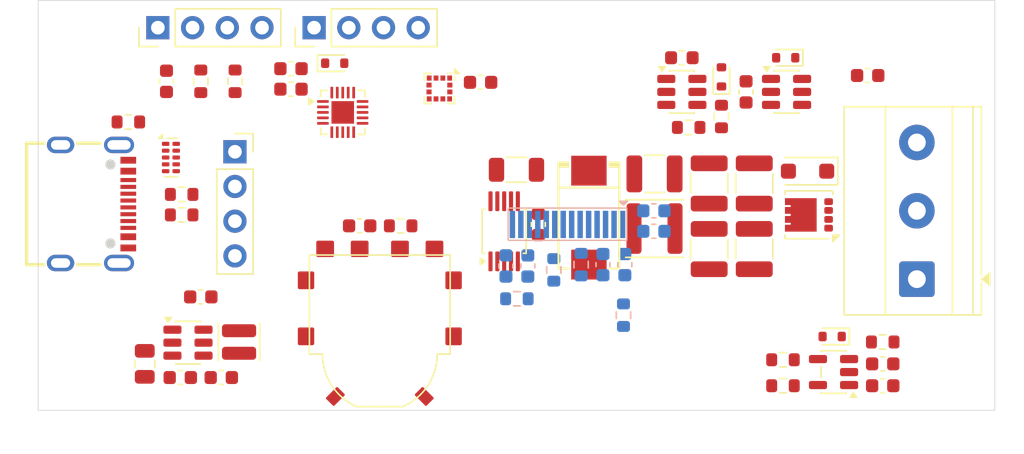
<source format=kicad_pcb>
(kicad_pcb
	(version 20241229)
	(generator "pcbnew")
	(generator_version "9.0")
	(general
		(thickness 1.6)
		(legacy_teardrops no)
	)
	(paper "A4")
	(layers
		(0 "F.Cu" signal)
		(4 "In1.Cu" signal)
		(6 "In2.Cu" signal)
		(2 "B.Cu" signal)
		(9 "F.Adhes" user "F.Adhesive")
		(11 "B.Adhes" user "B.Adhesive")
		(13 "F.Paste" user)
		(15 "B.Paste" user)
		(5 "F.SilkS" user "F.Silkscreen")
		(7 "B.SilkS" user "B.Silkscreen")
		(1 "F.Mask" user)
		(3 "B.Mask" user)
		(17 "Dwgs.User" user "User.Drawings")
		(19 "Cmts.User" user "User.Comments")
		(21 "Eco1.User" user "User.Eco1")
		(23 "Eco2.User" user "User.Eco2")
		(25 "Edge.Cuts" user)
		(27 "Margin" user)
		(31 "F.CrtYd" user "F.Courtyard")
		(29 "B.CrtYd" user "B.Courtyard")
		(35 "F.Fab" user)
		(33 "B.Fab" user)
		(39 "User.1" user)
		(41 "User.2" user)
		(43 "User.3" user)
		(45 "User.4" user)
	)
	(setup
		(stackup
			(layer "F.SilkS"
				(type "Top Silk Screen")
				(color "Black")
			)
			(layer "F.Paste"
				(type "Top Solder Paste")
			)
			(layer "F.Mask"
				(type "Top Solder Mask")
				(color "White")
				(thickness 0.01)
			)
			(layer "F.Cu"
				(type "copper")
				(thickness 0.035)
			)
			(layer "dielectric 1"
				(type "prepreg")
				(thickness 0.1)
				(material "FR4")
				(epsilon_r 4.5)
				(loss_tangent 0.02)
			)
			(layer "In1.Cu"
				(type "copper")
				(thickness 0.035)
			)
			(layer "dielectric 2"
				(type "core")
				(thickness 1.24)
				(material "FR4")
				(epsilon_r 4.5)
				(loss_tangent 0.02)
			)
			(layer "In2.Cu"
				(type "copper")
				(thickness 0.035)
			)
			(layer "dielectric 3"
				(type "prepreg")
				(thickness 0.1)
				(material "FR4")
				(epsilon_r 4.5)
				(loss_tangent 0.02)
			)
			(layer "B.Cu"
				(type "copper")
				(thickness 0.035)
			)
			(layer "B.Mask"
				(type "Bottom Solder Mask")
				(thickness 0.01)
			)
			(layer "B.Paste"
				(type "Bottom Solder Paste")
			)
			(layer "B.SilkS"
				(type "Bottom Silk Screen")
			)
			(copper_finish "None")
			(dielectric_constraints no)
		)
		(pad_to_mask_clearance 0)
		(allow_soldermask_bridges_in_footprints no)
		(tenting front back)
		(grid_origin 100.5 158.2)
		(pcbplotparams
			(layerselection 0x00000000_00000000_55555555_5755f5ff)
			(plot_on_all_layers_selection 0x00000000_00000000_00000000_00000000)
			(disableapertmacros no)
			(usegerberextensions no)
			(usegerberattributes yes)
			(usegerberadvancedattributes yes)
			(creategerberjobfile yes)
			(dashed_line_dash_ratio 12.000000)
			(dashed_line_gap_ratio 3.000000)
			(svgprecision 4)
			(plotframeref no)
			(mode 1)
			(useauxorigin no)
			(hpglpennumber 1)
			(hpglpenspeed 20)
			(hpglpendiameter 15.000000)
			(pdf_front_fp_property_popups yes)
			(pdf_back_fp_property_popups yes)
			(pdf_metadata yes)
			(pdf_single_document no)
			(dxfpolygonmode yes)
			(dxfimperialunits yes)
			(dxfusepcbnewfont yes)
			(psnegative no)
			(psa4output no)
			(plot_black_and_white yes)
			(sketchpadsonfab no)
			(plotpadnumbers no)
			(hidednponfab no)
			(sketchdnponfab yes)
			(crossoutdnponfab yes)
			(subtractmaskfromsilk no)
			(outputformat 1)
			(mirror no)
			(drillshape 1)
			(scaleselection 1)
			(outputdirectory "")
		)
	)
	(net 0 "")
	(net 1 "+3.3V")
	(net 2 "GND")
	(net 3 "VBUS")
	(net 4 "/BTN")
	(net 5 "/ENC_B")
	(net 6 "/TC_FB")
	(net 7 "/BOOTSEL")
	(net 8 "/SCL")
	(net 9 "/DISP_NRST")
	(net 10 "/SDA")
	(net 11 "/ENC_A")
	(net 12 "/BLUE")
	(net 13 "/D-")
	(net 14 "/HEATER_ON")
	(net 15 "/CC2")
	(net 16 "/CC1")
	(net 17 "/POW_ALERT")
	(net 18 "Net-(U5-SW)")
	(net 19 "Net-(U5-BST)")
	(net 20 "Net-(U6--)")
	(net 21 "Net-(U7-Vin-)")
	(net 22 "Net-(J3-Pin_13)")
	(net 23 "Net-(J3-Pin_2)")
	(net 24 "Net-(J3-Pin_1)")
	(net 25 "Net-(J1-SHIELD)")
	(net 26 "Net-(J3-Pin_4)")
	(net 27 "Net-(J3-Pin_3)")
	(net 28 "/RED")
	(net 29 "Net-(J3-Pin_14)")
	(net 30 "/JDP")
	(net 31 "/JDN")
	(net 32 "unconnected-(U3-NC-Pad6)")
	(net 33 "unconnected-(U3-NC-Pad10)")
	(net 34 "unconnected-(U3-NC-Pad7)")
	(net 35 "unconnected-(U3-NC-Pad9)")
	(net 36 "Net-(D4-K)")
	(net 37 "Net-(D1-K)")
	(net 38 "/VDRIVE")
	(net 39 "/NTC")
	(net 40 "Net-(D2-K)")
	(net 41 "Net-(D3-A)")
	(net 42 "unconnected-(J3-Pin_6-Pad6)")
	(net 43 "Net-(J3-Pin_9)")
	(net 44 "Net-(J3-Pin_12)")
	(net 45 "Net-(Q1-G)")
	(net 46 "Net-(U8-FB)")
	(net 47 "unconnected-(U1-INT1-Pad5)")
	(net 48 "unconnected-(U1-NC-Pad11)")
	(net 49 "unconnected-(U1-INT2-Pad6)")
	(net 50 "/PB0")
	(net 51 "/VDRIVE_ON")
	(net 52 "/PA2")
	(net 53 "/PA4")
	(net 54 "/PA3")
	(net 55 "/VDRV")
	(net 56 "unconnected-(U4-Pad0)")
	(net 57 "unconnected-(U4-Pad0)_1")
	(net 58 "unconnected-(U4-Pad0)_2")
	(net 59 "unconnected-(U4-Pad0)_3")
	(net 60 "unconnected-(U4-Pad0)_4")
	(net 61 "unconnected-(U4-Pad0)_5")
	(net 62 "unconnected-(U8-NC-Pad6)")
	(footprint "Capacitor_SMD:C_0603_1608Metric" (layer "F.Cu") (at 137.1 144.6 -90))
	(footprint "Connector_PinHeader_2.54mm:PinHeader_1x04_P2.54mm_Vertical" (layer "F.Cu") (at 109.26 130.2 90))
	(footprint "Capacitor_SMD:C_1210_3225Metric" (layer "F.Cu") (at 152.9 146.4 -90))
	(footprint "Capacitor_SMD:C_0603_1608Metric" (layer "F.Cu") (at 119 133.2 180))
	(footprint "Capacitor_SMD:C_0603_1608Metric" (layer "F.Cu") (at 113.9 155.8))
	(footprint "Inductor_SMD:L_0603_1608Metric" (layer "F.Cu") (at 147.6 132.4 180))
	(footprint "Package_SON:USON-10_2.5x1.0mm_P0.5mm" (layer "F.Cu") (at 110.215 139.7))
	(footprint "Capacitor_SMD:C_0603_1608Metric" (layer "F.Cu") (at 152.3 134.9 -90))
	(footprint "Package_SON:VSON-8_3.3x3.3mm_P0.65mm_NexFET" (layer "F.Cu") (at 156.9 143.9 180))
	(footprint "Diode_SMD:D_SOD-523" (layer "F.Cu") (at 158.6 152.8 180))
	(footprint "Resistor_SMD:R_0603_1608Metric" (layer "F.Cu") (at 155 156.4))
	(footprint "Capacitor_SMD:C_1210_3225Metric" (layer "F.Cu") (at 145.6 140.9))
	(footprint "Resistor_SMD:R_0603_1608Metric" (layer "F.Cu") (at 111 143.9))
	(footprint "Inductor_SMD:L_Changjiang_FTC252012S" (layer "F.Cu") (at 115.2 153.2 -90))
	(footprint "Package_TO_SOT_SMD:SOT-23-5" (layer "F.Cu") (at 158.7 155.4 180))
	(footprint "Resistor_SMD:R_0603_1608Metric" (layer "F.Cu") (at 150.5 136.7 -90))
	(footprint "Resistor_SMD:R_0603_1608Metric" (layer "F.Cu") (at 127.025 144.7 180))
	(footprint "Capacitor_SMD:C_0603_1608Metric" (layer "F.Cu") (at 161.2 133.7))
	(footprint "Package_SO:VSSOP-10_3x3mm_P0.5mm" (layer "F.Cu") (at 134.6 145.1 90))
	(footprint "Custom:USB-C-SMD_U263-163N-4GS1735" (layer "F.Cu") (at 104.61675 143.1 -90))
	(footprint "Diode_SMD:D_SOD-523" (layer "F.Cu") (at 122.2 132.8))
	(footprint "Package_TO_SOT_SMD:SOT-23-6" (layer "F.Cu") (at 155.2625 134.9))
	(footprint "MountingHole:MountingHole_2.2mm_M2_DIN965" (layer "F.Cu") (at 103.5 131.2))
	(footprint "Diode_SMD:D_SOD-123F" (layer "F.Cu") (at 156.8 140.7 180))
	(footprint "MountingHole:MountingHole_2.2mm_M2_DIN965" (layer "F.Cu") (at 167.5 155.2))
	(footprint "Resistor_SMD:R_0603_1608Metric" (layer "F.Cu") (at 162.3 153.2 180))
	(footprint "Capacitor_SMD:C_0603_1608Metric" (layer "F.Cu") (at 110.9 155.8 180))
	(footprint "Diode_SMD:D_SOD-523" (layer "F.Cu") (at 150.5 133.8 90))
	(footprint "Capacitor_SMD:C_1210_3225Metric" (layer "F.Cu") (at 152.9 141.6 90))
	(footprint "MountingHole:MountingHole_2.2mm_M2_DIN965" (layer "F.Cu") (at 103.5 155.2))
	(footprint "Package_DFN_QFN:QFN-20-1EP_3x3mm_P0.4mm_EP1.65x1.65mm" (layer "F.Cu") (at 122.7875 136.4))
	(footprint "Package_LGA:LGA-12_2x2mm_P0.5mm" (layer "F.Cu") (at 129.8625 134.65 -90))
	(footprint "Custom:SIQ-02FVS3_Rotary_Encoder" (layer "F.Cu") (at 125.5 154.086131 180))
	(footprint "Connector_PinHeader_2.54mm:PinHeader_1x04_P2.54mm_Vertical" (layer "F.Cu") (at 120.69 130.2 90))
	(footprint "Custom:CP-SMD_L7.3-W4.3-FD" (layer "F.Cu") (at 140.8 144.1 -90))
	(footprint "Capacitor_SMD:C_0603_1608Metric" (layer "F.Cu") (at 132.875 134.2 180))
	(footprint "Resistor_SMD:R_0603_1608Metric" (layer "F.Cu") (at 112.4 134.125 90))
	(footprint "Capacitor_SMD:C_0603_1608Metric" (layer "F.Cu") (at 119 134.7 180))
	(footprint "Capacitor_SMD:C_1210_3225Metric" (layer "F.Cu") (at 149.6 141.6 90))
	(footprint "Capacitor_SMD:C_0603_1608Metric" (layer "F.Cu") (at 162.3 156.4 180))
	(footprint "Capacitor_SMD:C_0603_1608Metric" (layer "F.Cu") (at 112.4 149.9))
	(footprint "Diode_SMD:D_SOD-523" (layer "F.Cu") (at 155.2 132.4 180))
	(footprint "Package_TO_SOT_SMD:SOT-23-6"
		(layer "F.Cu")
		(uuid "bccaaf0a-4d5e-44d3-af9d-6dc8df1ed313")
		(at 147.6 134.9)
		(descr "SOT, 6 Pin (JEDEC MO-178 Var AB https://www.jedec.org/document_search?search_api_views_fulltext=MO-178), generated with kicad-footprint-generator ipc_gullwing_generator.py")
		(tags "SOT TO_SOT_SMD")
		(property "Reference" "U8"
			(at 0 -2.4 0)
			(layer "F.SilkS")
			(hide yes)
			(uuid "e9a56a0d-e83a-4e75-89da-ee32225fbbb0")
			(effects
				(font
					(size 1 1)
					(thickness 0.15)
				)
			)
		)
		(property "Value" "MT3608"
			(at 0 2.4 0)
			(layer "F.Fab")
			(uuid "1a7a9b70-5bf7-43a4-89ed-e95a5260c288")
			(effects
				(font
					(size 1 1)
					(thickness 0.15)
				)
			)
		)
		(property "Datasheet" "https://www.olimex.com/Products/Breadboarding/BB-PWR-3608/resources/MT3608.pdf"
			(at 0 0 0)
			(layer "F.Fab")
			(hide yes)
			(uuid "be8a99ad-5d4e-428f-8885-bd659bb687c2")
			(effects
				(font
					(size 1.27 1.27)
					(thickness 0.15)
				)
			)
		)
		(property "Description" "High Efficiency 1.2MHz 2A Step Up Converter, 2-24V Vin, 28V Vout, 4A current limit, 1.2MHz, SOT23-6"
			(at 0 0 0)
			(layer "F.Fab")
			(hide yes)
			(uuid "deb6a2c6-0ec7-4f9e-9492-f3a8c16cba46")
			(effects
				(font
					(size 1.27 1.27)
					(thickness 0.15)
				)
			)
		)
		(property ki_fp_filters "SOT*23*")
		(path "/49aa6b15-8638-4d75-b915-d798c1d84549")
		(sheetname "/")
		(sheetfile "usbc_soldering_iron.kicad_sch")
		(attr smd)
		(fp_line
			(start -0.91 -1.56)
			(end 0.91 -1.56)
			(stroke
				(width 0.12)
				(type solid)
			)
			(layer "F.SilkS")
			(uuid "eb50a7fe-f40b-490f-a941-1db63e073313")
		)
		(fp_line
			(start -0.91 -1.51)
			(end -0.91 -1.56)
			(stroke
				(width 0.12)
				(type solid)
			)
			(layer "F.SilkS")
			(uuid "36af720f-5a22-4748-bcac-8f8df590fc63")
		)
		(fp_line
			(start -0.91 1.56)
			(end -0.91 1.51)
			(stroke
				(width 0.12)
				(type solid)
			)
			(layer "F.SilkS")
			(uuid "5d750486-4884-4a0d-981b-bda6158d6486")
		)
		(fp_line
			(start 0.91 -1.56)
			(end 0.91 -1.51)
			(stroke
				(width 0.12)
				(type solid)
			)
			(layer "F.SilkS")
			(uuid "04a2d1b2-5b29-48c0-96ac-bb85e4843356")
		)
		(fp_line
			(start 0.91 1.51)
			(end 0.91 1.56)
			(stroke
				(width 0.12)
				(type solid)
			)
			(layer "F.SilkS")
			(uuid "f800641a-d557-44c1-b97d-72f2dbfb5175")
		)
		(fp_line
			(start 0.91 1.56)
			(end -0.91 1.56)
			(stroke
				(width 0.12)
				(type solid)
			)
			(layer "F.SilkS")
			(uuid "b4b302e8-0db4-47fc-b7c7-6e6ec30457b7")
		)
		(fp_poly
			(pts
				(xy -1.45 -1.51) (xy -1.69 -1.84) (xy -1.21 -1.84)
			)
			(stroke
				(width 0.12)
				(type solid)
			)
			(fill yes)
			(layer "F.SilkS")
			(uuid "ee439360-2e6c-4351-a7c2-5e28f103fef6")
		)
		(fp_line
			(start -2.05 -1.5)
			(end -1.05 -1.5)
			(stroke
				(width 0.05)
				(type solid)
			)
			(layer "F.CrtYd")
			(uuid "569af700-1b11-427c-ba77-9a012d2d9733")
		)
		(fp_line
			(start -2.05 1.5)
			(end -2.05 -1.5)
			(stroke
				(width 0.05)
				(type solid)
			)
			(layer "F.CrtYd")
			(uuid "5193a059-8946-4afc-80a9-a4ce685b1ebe")
		)
		(fp_line
			(start -1.05 -1.7)
			(end 1.05 -1.7)
			(stroke
				(width 0.05)
				(type solid)
			)
			(layer "F.CrtY
... [101184 chars truncated]
</source>
